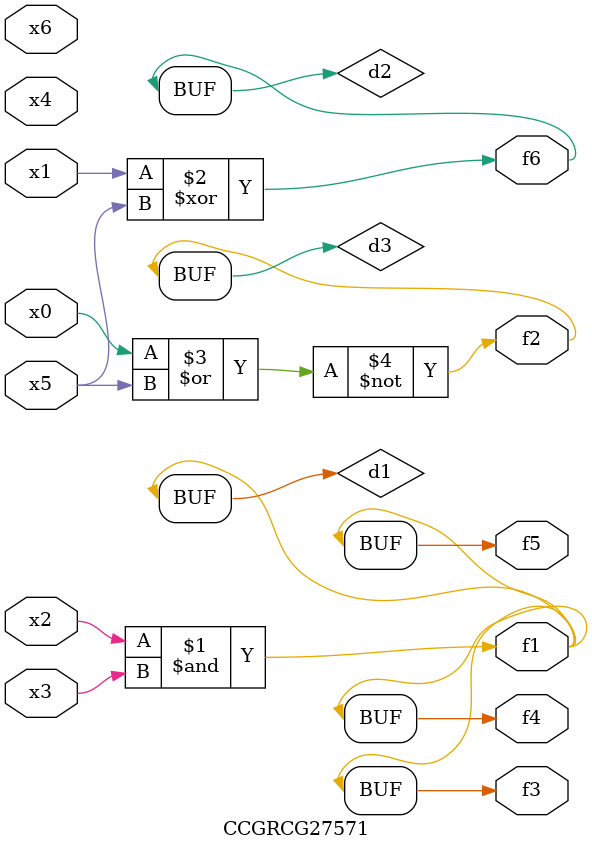
<source format=v>
module CCGRCG27571(
	input x0, x1, x2, x3, x4, x5, x6,
	output f1, f2, f3, f4, f5, f6
);

	wire d1, d2, d3;

	and (d1, x2, x3);
	xor (d2, x1, x5);
	nor (d3, x0, x5);
	assign f1 = d1;
	assign f2 = d3;
	assign f3 = d1;
	assign f4 = d1;
	assign f5 = d1;
	assign f6 = d2;
endmodule

</source>
